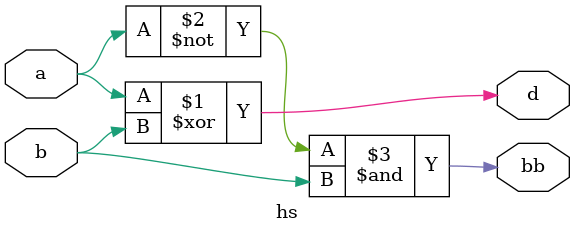
<source format=v>
`timescale 1ns / 1ps

module hs(
    input a, b,
    output d, bb
    );
    assign d = a ^ b;
    assign bb = ~a & b;
endmodule
</source>
